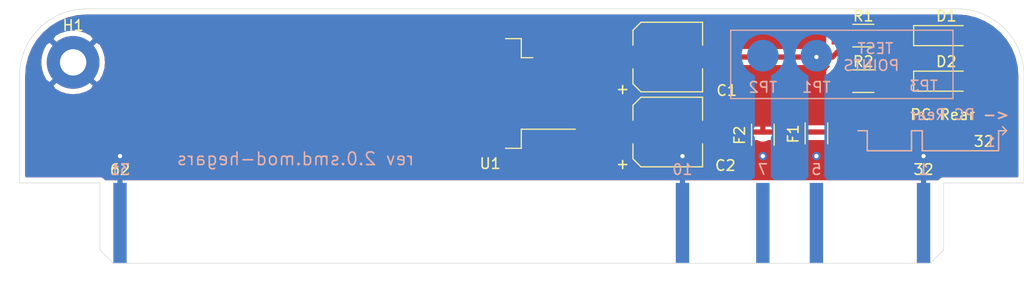
<source format=kicad_pcb>
(kicad_pcb (version 20171130) (host pcbnew "(5.1.9)-1")

  (general
    (thickness 1.6)
    (drawings 57)
    (tracks 33)
    (zones 0)
    (modules 14)
    (nets 8)
  )

  (page A4)
  (title_block
    (title "Voltage Blaster")
    (date 2020-11-21)
    (rev 1.0)
    (company "PhilsComputerLab & Necroware")
    (comment 1 "by Scorp")
  )

  (layers
    (0 F.Cu signal)
    (31 B.Cu signal)
    (32 B.Adhes user)
    (33 F.Adhes user)
    (34 B.Paste user)
    (35 F.Paste user)
    (36 B.SilkS user)
    (37 F.SilkS user)
    (38 B.Mask user)
    (39 F.Mask user hide)
    (40 Dwgs.User user)
    (41 Cmts.User user)
    (42 Eco1.User user)
    (43 Eco2.User user)
    (44 Edge.Cuts user)
    (45 Margin user)
    (46 B.CrtYd user)
    (47 F.CrtYd user)
    (48 B.Fab user)
    (49 F.Fab user)
  )

  (setup
    (last_trace_width 0.5)
    (user_trace_width 0.75)
    (trace_clearance 0.4)
    (zone_clearance 0.508)
    (zone_45_only no)
    (trace_min 0.2)
    (via_size 0.8)
    (via_drill 0.4)
    (via_min_size 0.4)
    (via_min_drill 0.3)
    (uvia_size 0.3)
    (uvia_drill 0.1)
    (uvias_allowed no)
    (uvia_min_size 0.2)
    (uvia_min_drill 0.1)
    (edge_width 0.05)
    (segment_width 0.2)
    (pcb_text_width 0.3)
    (pcb_text_size 1.5 1.5)
    (mod_edge_width 0.12)
    (mod_text_size 1 1)
    (mod_text_width 0.15)
    (pad_size 3.5 3.5)
    (pad_drill 3.5)
    (pad_to_mask_clearance 0)
    (aux_axis_origin 0 0)
    (visible_elements 7FFFFFFF)
    (pcbplotparams
      (layerselection 0x010fc_ffffffff)
      (usegerberextensions false)
      (usegerberattributes false)
      (usegerberadvancedattributes true)
      (creategerberjobfile true)
      (excludeedgelayer true)
      (linewidth 0.100000)
      (plotframeref false)
      (viasonmask false)
      (mode 1)
      (useauxorigin false)
      (hpglpennumber 1)
      (hpglpenspeed 20)
      (hpglpendiameter 15.000000)
      (psnegative false)
      (psa4output false)
      (plotreference true)
      (plotvalue true)
      (plotinvisibletext false)
      (padsonsilk false)
      (subtractmaskfromsilk false)
      (outputformat 1)
      (mirror false)
      (drillshape 0)
      (scaleselection 1)
      (outputdirectory "gerber/nopins/"))
  )

  (net 0 "")
  (net 1 GND)
  (net 2 "Net-(D1-Pad1)")
  (net 3 -5V)
  (net 4 -12V)
  (net 5 "Net-(D2-Pad1)")
  (net 6 "Net-(F1-Pad1)")
  (net 7 "Net-(F2-Pad1)")

  (net_class Default "This is the default net class."
    (clearance 0.4)
    (trace_width 0.5)
    (via_dia 0.8)
    (via_drill 0.4)
    (uvia_dia 0.3)
    (uvia_drill 0.1)
    (add_net -12V)
    (add_net -5V)
    (add_net GND)
    (add_net "Net-(D1-Pad1)")
    (add_net "Net-(D2-Pad1)")
    (add_net "Net-(F1-Pad1)")
    (add_net "Net-(F2-Pad1)")
  )

  (module Fuse_Holders_and_Fuses:Fuse_SMD1206_HandSoldering (layer F.Cu) (tedit 0) (tstamp 605EA1FB)
    (at 141.605 58.928 90)
    (descr "Fuse, Sicherung, SMD1206, Littlefuse-Wickmann 433 Series, Hand Soldering,")
    (tags "Fuse Sicherung SMD1206 Littlefuse-Wickmann 433 Series Hand Soldering ")
    (path /60608EF9)
    (attr smd)
    (fp_text reference F2 (at -0.05 -2.2 90) (layer F.SilkS)
      (effects (font (size 1 1) (thickness 0.15)))
    )
    (fp_text value Fuse (at -0.15 2.5 90) (layer F.Fab)
      (effects (font (size 1 1) (thickness 0.15)))
    )
    (fp_line (start 3.35 1.58) (end -3.35 1.58) (layer F.CrtYd) (width 0.05))
    (fp_line (start 3.35 1.58) (end 3.35 -1.58) (layer F.CrtYd) (width 0.05))
    (fp_line (start -3.35 -1.58) (end -3.35 1.58) (layer F.CrtYd) (width 0.05))
    (fp_line (start -3.35 -1.58) (end 3.35 -1.58) (layer F.CrtYd) (width 0.05))
    (fp_line (start -1 -1.07) (end 1 -1.07) (layer F.SilkS) (width 0.12))
    (fp_line (start 1 1.07) (end -1 1.07) (layer F.SilkS) (width 0.12))
    (fp_line (start -1.6 -0.8) (end 1.6 -0.8) (layer F.Fab) (width 0.1))
    (fp_line (start 1.6 -0.8) (end 1.6 0.8) (layer F.Fab) (width 0.1))
    (fp_line (start 1.6 0.8) (end -1.6 0.8) (layer F.Fab) (width 0.1))
    (fp_line (start -1.6 0.8) (end -1.6 -0.8) (layer F.Fab) (width 0.1))
    (pad 1 smd rect (at -2.09 0 180) (size 2.03 2.65) (layers F.Cu F.Paste F.Mask)
      (net 7 "Net-(F2-Pad1)"))
    (pad 2 smd rect (at 2.09 0 180) (size 2.03 2.65) (layers F.Cu F.Paste F.Mask)
      (net 4 -12V))
  )

  (module Fuse_Holders_and_Fuses:Fuse_SMD1206_HandSoldering (layer F.Cu) (tedit 0) (tstamp 605EA1F8)
    (at 146.685 58.801 90)
    (descr "Fuse, Sicherung, SMD1206, Littlefuse-Wickmann 433 Series, Hand Soldering,")
    (tags "Fuse Sicherung SMD1206 Littlefuse-Wickmann 433 Series Hand Soldering ")
    (path /6060853B)
    (attr smd)
    (fp_text reference F1 (at -0.05 -2.2 90) (layer F.SilkS)
      (effects (font (size 1 1) (thickness 0.15)))
    )
    (fp_text value Fuse (at -0.15 2.5 90) (layer F.Fab)
      (effects (font (size 1 1) (thickness 0.15)))
    )
    (fp_line (start 3.35 1.58) (end -3.35 1.58) (layer F.CrtYd) (width 0.05))
    (fp_line (start 3.35 1.58) (end 3.35 -1.58) (layer F.CrtYd) (width 0.05))
    (fp_line (start -3.35 -1.58) (end -3.35 1.58) (layer F.CrtYd) (width 0.05))
    (fp_line (start -3.35 -1.58) (end 3.35 -1.58) (layer F.CrtYd) (width 0.05))
    (fp_line (start -1 -1.07) (end 1 -1.07) (layer F.SilkS) (width 0.12))
    (fp_line (start 1 1.07) (end -1 1.07) (layer F.SilkS) (width 0.12))
    (fp_line (start -1.6 -0.8) (end 1.6 -0.8) (layer F.Fab) (width 0.1))
    (fp_line (start 1.6 -0.8) (end 1.6 0.8) (layer F.Fab) (width 0.1))
    (fp_line (start 1.6 0.8) (end -1.6 0.8) (layer F.Fab) (width 0.1))
    (fp_line (start -1.6 0.8) (end -1.6 -0.8) (layer F.Fab) (width 0.1))
    (pad 1 smd rect (at -2.09 0 180) (size 2.03 2.65) (layers F.Cu F.Paste F.Mask)
      (net 6 "Net-(F1-Pad1)"))
    (pad 2 smd rect (at 2.09 0 180) (size 2.03 2.65) (layers F.Cu F.Paste F.Mask)
      (net 3 -5V))
  )

  (module TO_SOT_Packages_SMD:TO-263-3_TabPin2 (layer F.Cu) (tedit 590079C0) (tstamp 5FBB237E)
    (at 115.7478 55.0164 180)
    (descr "TO-263 / D2PAK / DDPAK SMD package, http://www.infineon.com/cms/en/product/packages/PG-TO263/PG-TO263-3-1/")
    (tags "D2PAK DDPAK TO-263 D2PAK-3 TO-263-3 SOT-404")
    (path /5FB84DCB)
    (attr smd)
    (fp_text reference U1 (at 0 -6.65) (layer F.SilkS)
      (effects (font (size 1 1) (thickness 0.15)))
    )
    (fp_text value LM7905 (at 0 6.65) (layer F.Fab)
      (effects (font (size 1 1) (thickness 0.15)))
    )
    (fp_line (start 8.32 -5.65) (end -8.32 -5.65) (layer F.CrtYd) (width 0.05))
    (fp_line (start 8.32 5.65) (end 8.32 -5.65) (layer F.CrtYd) (width 0.05))
    (fp_line (start -8.32 5.65) (end 8.32 5.65) (layer F.CrtYd) (width 0.05))
    (fp_line (start -8.32 -5.65) (end -8.32 5.65) (layer F.CrtYd) (width 0.05))
    (fp_line (start -2.95 3.39) (end -4.05 3.39) (layer F.SilkS) (width 0.12))
    (fp_line (start -2.95 5.2) (end -2.95 3.39) (layer F.SilkS) (width 0.12))
    (fp_line (start -1.45 5.2) (end -2.95 5.2) (layer F.SilkS) (width 0.12))
    (fp_line (start -2.95 -3.39) (end -8.075 -3.39) (layer F.SilkS) (width 0.12))
    (fp_line (start -2.95 -5.2) (end -2.95 -3.39) (layer F.SilkS) (width 0.12))
    (fp_line (start -1.45 -5.2) (end -2.95 -5.2) (layer F.SilkS) (width 0.12))
    (fp_line (start -7.45 3.04) (end -2.75 3.04) (layer F.Fab) (width 0.1))
    (fp_line (start -7.45 2.04) (end -7.45 3.04) (layer F.Fab) (width 0.1))
    (fp_line (start -2.75 2.04) (end -7.45 2.04) (layer F.Fab) (width 0.1))
    (fp_line (start -7.45 0.5) (end -2.75 0.5) (layer F.Fab) (width 0.1))
    (fp_line (start -7.45 -0.5) (end -7.45 0.5) (layer F.Fab) (width 0.1))
    (fp_line (start -2.75 -0.5) (end -7.45 -0.5) (layer F.Fab) (width 0.1))
    (fp_line (start -7.45 -2.04) (end -2.75 -2.04) (layer F.Fab) (width 0.1))
    (fp_line (start -7.45 -3.04) (end -7.45 -2.04) (layer F.Fab) (width 0.1))
    (fp_line (start -2.75 -3.04) (end -7.45 -3.04) (layer F.Fab) (width 0.1))
    (fp_line (start -1.75 -5) (end 6.5 -5) (layer F.Fab) (width 0.1))
    (fp_line (start -2.75 -4) (end -1.75 -5) (layer F.Fab) (width 0.1))
    (fp_line (start -2.75 5) (end -2.75 -4) (layer F.Fab) (width 0.1))
    (fp_line (start 6.5 5) (end -2.75 5) (layer F.Fab) (width 0.1))
    (fp_line (start 6.5 -5) (end 6.5 5) (layer F.Fab) (width 0.1))
    (fp_line (start 7.5 5) (end 6.5 5) (layer F.Fab) (width 0.1))
    (fp_line (start 7.5 -5) (end 7.5 5) (layer F.Fab) (width 0.1))
    (fp_line (start 6.5 -5) (end 7.5 -5) (layer F.Fab) (width 0.1))
    (fp_text user %R (at 0 0) (layer F.Fab)
      (effects (font (size 1 1) (thickness 0.15)))
    )
    (pad 1 smd rect (at -5.775 -2.54 180) (size 4.6 1.1) (layers F.Cu F.Paste F.Mask)
      (net 1 GND))
    (pad 2 smd rect (at -5.775 0 180) (size 4.6 1.1) (layers F.Cu F.Paste F.Mask)
      (net 4 -12V))
    (pad 3 smd rect (at -5.775 2.54 180) (size 4.6 1.1) (layers F.Cu F.Paste F.Mask)
      (net 3 -5V))
    (pad 2 smd rect (at 3.375 0 180) (size 9.4 10.8) (layers F.Cu F.Mask)
      (net 4 -12V))
    (pad 2 smd rect (at 5.8 2.775 180) (size 4.55 5.25) (layers F.Cu F.Paste)
      (net 4 -12V))
    (pad 2 smd rect (at 0.95 -2.775 180) (size 4.55 5.25) (layers F.Cu F.Paste)
      (net 4 -12V))
    (pad 2 smd rect (at 5.8 -2.775 180) (size 4.55 5.25) (layers F.Cu F.Paste)
      (net 4 -12V))
    (pad 2 smd rect (at 0.95 2.775 180) (size 4.55 5.25) (layers F.Cu F.Paste)
      (net 4 -12V))
    (model ${KISYS3DMOD}/TO_SOT_Packages_SMD.3dshapes/TO-263-3_TabPin2.wrl
      (at (xyz 0 0 0))
      (scale (xyz 1 1 1))
      (rotate (xyz 0 0 0))
    )
  )

  (module Measurement_Points:Measurement_Point_Round-SMD-Pad_Big (layer B.Cu) (tedit 56C35F3F) (tstamp 605E9242)
    (at 156.845 51.308)
    (descr "Mesurement Point, Round, SMD Pad, DM 3mm,")
    (tags "Mesurement Point Round SMD Pad 3mm")
    (path /605F1E95)
    (attr virtual)
    (fp_text reference TP3 (at 0 3) (layer B.SilkS)
      (effects (font (size 1 1) (thickness 0.15)) (justify mirror))
    )
    (fp_text value TestPoint (at 0 -3) (layer B.Fab)
      (effects (font (size 1 1) (thickness 0.15)) (justify mirror))
    )
    (fp_circle (center 0 0) (end 1.75 0) (layer B.CrtYd) (width 0.05))
    (pad 1 smd circle (at 0 0) (size 3 3) (layers B.Cu B.Mask)
      (net 1 GND))
  )

  (module Measurement_Points:Measurement_Point_Round-SMD-Pad_Big (layer B.Cu) (tedit 56C35F3F) (tstamp 605E923F)
    (at 141.605 51.435)
    (descr "Mesurement Point, Round, SMD Pad, DM 3mm,")
    (tags "Mesurement Point Round SMD Pad 3mm")
    (path /605ED421)
    (attr virtual)
    (fp_text reference TP2 (at 0 3) (layer B.SilkS)
      (effects (font (size 1 1) (thickness 0.15)) (justify mirror))
    )
    (fp_text value TestPoint (at 0 -3) (layer B.Fab)
      (effects (font (size 1 1) (thickness 0.15)) (justify mirror))
    )
    (fp_circle (center 0 0) (end 1.75 0) (layer B.CrtYd) (width 0.05))
    (pad 1 smd circle (at 0 0) (size 3 3) (layers B.Cu B.Mask)
      (net 4 -12V))
  )

  (module Measurement_Points:Measurement_Point_Round-SMD-Pad_Big (layer B.Cu) (tedit 56C35F3F) (tstamp 605E923C)
    (at 146.685 51.435)
    (descr "Mesurement Point, Round, SMD Pad, DM 3mm,")
    (tags "Mesurement Point Round SMD Pad 3mm")
    (path /605ECD74)
    (attr virtual)
    (fp_text reference TP1 (at 0 3) (layer B.SilkS)
      (effects (font (size 1 1) (thickness 0.15)) (justify mirror))
    )
    (fp_text value TestPoint (at 0 -3) (layer B.Fab)
      (effects (font (size 1 1) (thickness 0.15)) (justify mirror))
    )
    (fp_circle (center 0 0) (end 1.75 0) (layer B.CrtYd) (width 0.05))
    (pad 1 smd circle (at 0 0) (size 3 3) (layers B.Cu B.Mask)
      (net 3 -5V))
  )

  (module Resistors_SMD:R_1206_HandSoldering (layer F.Cu) (tedit 58E0A804) (tstamp 605E9239)
    (at 151.13 53.848)
    (descr "Resistor SMD 1206, hand soldering")
    (tags "resistor 1206")
    (path /605EA69E)
    (attr smd)
    (fp_text reference R2 (at 0 -1.85) (layer F.SilkS)
      (effects (font (size 1 1) (thickness 0.15)))
    )
    (fp_text value 330 (at 0 1.9) (layer F.Fab)
      (effects (font (size 1 1) (thickness 0.15)))
    )
    (fp_line (start 3.25 1.1) (end -3.25 1.1) (layer F.CrtYd) (width 0.05))
    (fp_line (start 3.25 1.1) (end 3.25 -1.11) (layer F.CrtYd) (width 0.05))
    (fp_line (start -3.25 -1.11) (end -3.25 1.1) (layer F.CrtYd) (width 0.05))
    (fp_line (start -3.25 -1.11) (end 3.25 -1.11) (layer F.CrtYd) (width 0.05))
    (fp_line (start -1 -1.07) (end 1 -1.07) (layer F.SilkS) (width 0.12))
    (fp_line (start 1 1.07) (end -1 1.07) (layer F.SilkS) (width 0.12))
    (fp_line (start -1.6 -0.8) (end 1.6 -0.8) (layer F.Fab) (width 0.1))
    (fp_line (start 1.6 -0.8) (end 1.6 0.8) (layer F.Fab) (width 0.1))
    (fp_line (start 1.6 0.8) (end -1.6 0.8) (layer F.Fab) (width 0.1))
    (fp_line (start -1.6 0.8) (end -1.6 -0.8) (layer F.Fab) (width 0.1))
    (fp_text user %R (at 0 0) (layer F.Fab)
      (effects (font (size 0.7 0.7) (thickness 0.105)))
    )
    (pad 1 smd rect (at -2 0) (size 2 1.7) (layers F.Cu F.Paste F.Mask)
      (net 4 -12V))
    (pad 2 smd rect (at 2 0) (size 2 1.7) (layers F.Cu F.Paste F.Mask)
      (net 5 "Net-(D2-Pad1)"))
    (model ${KISYS3DMOD}/Resistors_SMD.3dshapes/R_1206.wrl
      (at (xyz 0 0 0))
      (scale (xyz 1 1 1))
      (rotate (xyz 0 0 0))
    )
  )

  (module Resistors_SMD:R_1206_HandSoldering (layer F.Cu) (tedit 58E0A804) (tstamp 5FBB235B)
    (at 151.13 49.53)
    (descr "Resistor SMD 1206, hand soldering")
    (tags "resistor 1206")
    (path /5FB87262)
    (attr smd)
    (fp_text reference R1 (at 0 -1.85) (layer F.SilkS)
      (effects (font (size 1 1) (thickness 0.15)))
    )
    (fp_text value 330 (at 0 1.9) (layer F.Fab)
      (effects (font (size 1 1) (thickness 0.15)))
    )
    (fp_line (start 3.25 1.1) (end -3.25 1.1) (layer F.CrtYd) (width 0.05))
    (fp_line (start 3.25 1.1) (end 3.25 -1.11) (layer F.CrtYd) (width 0.05))
    (fp_line (start -3.25 -1.11) (end -3.25 1.1) (layer F.CrtYd) (width 0.05))
    (fp_line (start -3.25 -1.11) (end 3.25 -1.11) (layer F.CrtYd) (width 0.05))
    (fp_line (start -1 -1.07) (end 1 -1.07) (layer F.SilkS) (width 0.12))
    (fp_line (start 1 1.07) (end -1 1.07) (layer F.SilkS) (width 0.12))
    (fp_line (start -1.6 -0.8) (end 1.6 -0.8) (layer F.Fab) (width 0.1))
    (fp_line (start 1.6 -0.8) (end 1.6 0.8) (layer F.Fab) (width 0.1))
    (fp_line (start 1.6 0.8) (end -1.6 0.8) (layer F.Fab) (width 0.1))
    (fp_line (start -1.6 0.8) (end -1.6 -0.8) (layer F.Fab) (width 0.1))
    (fp_text user %R (at 0 0) (layer F.Fab)
      (effects (font (size 0.7 0.7) (thickness 0.105)))
    )
    (pad 1 smd rect (at -2 0) (size 2 1.7) (layers F.Cu F.Paste F.Mask)
      (net 3 -5V))
    (pad 2 smd rect (at 2 0) (size 2 1.7) (layers F.Cu F.Paste F.Mask)
      (net 2 "Net-(D1-Pad1)"))
    (model ${KISYS3DMOD}/Resistors_SMD.3dshapes/R_1206.wrl
      (at (xyz 0 0 0))
      (scale (xyz 1 1 1))
      (rotate (xyz 0 0 0))
    )
  )

  (module Mounting_Holes:MountingHole_2.5mm_Pad (layer F.Cu) (tedit 56D1B4CB) (tstamp 605E9234)
    (at 76.2 52.07)
    (descr "Mounting Hole 2.5mm")
    (tags "mounting hole 2.5mm")
    (path /605F2A53)
    (attr virtual)
    (fp_text reference H1 (at 0 -3.5) (layer F.SilkS)
      (effects (font (size 1 1) (thickness 0.15)))
    )
    (fp_text value MountingHole_Pad (at 0 3.5) (layer F.Fab)
      (effects (font (size 1 1) (thickness 0.15)))
    )
    (fp_circle (center 0 0) (end 2.75 0) (layer F.CrtYd) (width 0.05))
    (fp_circle (center 0 0) (end 2.5 0) (layer Cmts.User) (width 0.15))
    (fp_text user %R (at 0.3 0) (layer F.Fab)
      (effects (font (size 1 1) (thickness 0.15)))
    )
    (pad 1 thru_hole circle (at 0 0) (size 5 5) (drill 2.5) (layers *.Cu *.Mask)
      (net 1 GND))
  )

  (module LEDs:LED_1206_HandSoldering (layer F.Cu) (tedit 595FC724) (tstamp 605E9231)
    (at 159.004 53.848)
    (descr "LED SMD 1206, hand soldering")
    (tags "LED 1206")
    (path /605EA503)
    (attr smd)
    (fp_text reference D2 (at 0 -1.85) (layer F.SilkS)
      (effects (font (size 1 1) (thickness 0.15)))
    )
    (fp_text value -12V (at 0 1.9) (layer F.Fab)
      (effects (font (size 1 1) (thickness 0.15)))
    )
    (fp_line (start 3.25 1.1) (end -3.25 1.1) (layer F.CrtYd) (width 0.05))
    (fp_line (start 3.25 1.1) (end 3.25 -1.11) (layer F.CrtYd) (width 0.05))
    (fp_line (start -3.25 -1.11) (end -3.25 1.1) (layer F.CrtYd) (width 0.05))
    (fp_line (start -3.25 -1.11) (end 3.25 -1.11) (layer F.CrtYd) (width 0.05))
    (fp_line (start -3.1 -0.95) (end 1.6 -0.95) (layer F.SilkS) (width 0.12))
    (fp_line (start -3.1 0.95) (end 1.6 0.95) (layer F.SilkS) (width 0.12))
    (fp_line (start -1.6 -0.8) (end 1.6 -0.8) (layer F.Fab) (width 0.1))
    (fp_line (start 1.6 -0.8) (end 1.6 0.8) (layer F.Fab) (width 0.1))
    (fp_line (start 1.6 0.8) (end -1.6 0.8) (layer F.Fab) (width 0.1))
    (fp_line (start -1.6 0.8) (end -1.6 -0.8) (layer F.Fab) (width 0.1))
    (fp_line (start -0.45 -0.4) (end -0.45 0.4) (layer F.Fab) (width 0.1))
    (fp_line (start 0.2 0.4) (end -0.4 0) (layer F.Fab) (width 0.1))
    (fp_line (start 0.2 -0.4) (end 0.2 0.4) (layer F.Fab) (width 0.1))
    (fp_line (start -0.4 0) (end 0.2 -0.4) (layer F.Fab) (width 0.1))
    (fp_line (start -3.1 -0.95) (end -3.1 0.95) (layer F.SilkS) (width 0.12))
    (pad 1 smd rect (at -2 0) (size 2 1.7) (layers F.Cu F.Paste F.Mask)
      (net 5 "Net-(D2-Pad1)"))
    (pad 2 smd rect (at 2 0) (size 2 1.7) (layers F.Cu F.Paste F.Mask)
      (net 1 GND))
    (model ${KISYS3DMOD}/LEDs.3dshapes/LED_1206.wrl
      (at (xyz 0 0 0))
      (scale (xyz 1 1 1))
      (rotate (xyz 0 0 180))
    )
  )

  (module LEDs:LED_1206_HandSoldering (layer F.Cu) (tedit 595FC724) (tstamp 5FBBEA08)
    (at 159.004 49.53)
    (descr "LED SMD 1206, hand soldering")
    (tags "LED 1206")
    (path /5FB86BA7)
    (attr smd)
    (fp_text reference D1 (at 0 -1.85) (layer F.SilkS)
      (effects (font (size 1 1) (thickness 0.15)))
    )
    (fp_text value -5V (at 0 1.9) (layer F.Fab)
      (effects (font (size 1 1) (thickness 0.15)))
    )
    (fp_line (start 3.25 1.1) (end -3.25 1.1) (layer F.CrtYd) (width 0.05))
    (fp_line (start 3.25 1.1) (end 3.25 -1.11) (layer F.CrtYd) (width 0.05))
    (fp_line (start -3.25 -1.11) (end -3.25 1.1) (layer F.CrtYd) (width 0.05))
    (fp_line (start -3.25 -1.11) (end 3.25 -1.11) (layer F.CrtYd) (width 0.05))
    (fp_line (start -3.1 -0.95) (end 1.6 -0.95) (layer F.SilkS) (width 0.12))
    (fp_line (start -3.1 0.95) (end 1.6 0.95) (layer F.SilkS) (width 0.12))
    (fp_line (start -1.6 -0.8) (end 1.6 -0.8) (layer F.Fab) (width 0.1))
    (fp_line (start 1.6 -0.8) (end 1.6 0.8) (layer F.Fab) (width 0.1))
    (fp_line (start 1.6 0.8) (end -1.6 0.8) (layer F.Fab) (width 0.1))
    (fp_line (start -1.6 0.8) (end -1.6 -0.8) (layer F.Fab) (width 0.1))
    (fp_line (start -0.45 -0.4) (end -0.45 0.4) (layer F.Fab) (width 0.1))
    (fp_line (start 0.2 0.4) (end -0.4 0) (layer F.Fab) (width 0.1))
    (fp_line (start 0.2 -0.4) (end 0.2 0.4) (layer F.Fab) (width 0.1))
    (fp_line (start -0.4 0) (end 0.2 -0.4) (layer F.Fab) (width 0.1))
    (fp_line (start -3.1 -0.95) (end -3.1 0.95) (layer F.SilkS) (width 0.12))
    (pad 1 smd rect (at -2 0) (size 2 1.7) (layers F.Cu F.Paste F.Mask)
      (net 2 "Net-(D1-Pad1)"))
    (pad 2 smd rect (at 2 0) (size 2 1.7) (layers F.Cu F.Paste F.Mask)
      (net 1 GND))
    (model ${KISYS3DMOD}/LEDs.3dshapes/LED_1206.wrl
      (at (xyz 0 0 0))
      (scale (xyz 1 1 1))
      (rotate (xyz 0 0 180))
    )
  )

  (module Capacitors_SMD:CP_Elec_6.3x5.7 (layer F.Cu) (tedit 58AA8B43) (tstamp 5FBB22EA)
    (at 132.588 58.674)
    (descr "SMT capacitor, aluminium electrolytic, 6.3x5.7")
    (path /5FB87CDF)
    (attr smd)
    (fp_text reference C2 (at 5.461 3.175) (layer F.SilkS)
      (effects (font (size 1 1) (thickness 0.15)))
    )
    (fp_text value 33u (at 0 -4.56) (layer F.Fab)
      (effects (font (size 1 1) (thickness 0.15)))
    )
    (fp_line (start 4.7 3.4) (end -4.7 3.4) (layer F.CrtYd) (width 0.05))
    (fp_line (start 4.7 3.4) (end 4.7 -3.4) (layer F.CrtYd) (width 0.05))
    (fp_line (start -4.7 -3.4) (end -4.7 3.4) (layer F.CrtYd) (width 0.05))
    (fp_line (start -4.7 -3.4) (end 4.7 -3.4) (layer F.CrtYd) (width 0.05))
    (fp_line (start -2.54 -3.3) (end 3.3 -3.3) (layer F.SilkS) (width 0.12))
    (fp_line (start -3.3 -2.54) (end -2.54 -3.3) (layer F.SilkS) (width 0.12))
    (fp_line (start -2.54 3.3) (end -3.3 2.54) (layer F.SilkS) (width 0.12))
    (fp_line (start 3.3 3.3) (end -2.54 3.3) (layer F.SilkS) (width 0.12))
    (fp_line (start -3.3 -2.54) (end -3.3 -1.12) (layer F.SilkS) (width 0.12))
    (fp_line (start -3.3 2.54) (end -3.3 1.12) (layer F.SilkS) (width 0.12))
    (fp_line (start 3.3 3.3) (end 3.3 1.12) (layer F.SilkS) (width 0.12))
    (fp_line (start 3.3 -3.3) (end 3.3 -1.12) (layer F.SilkS) (width 0.12))
    (fp_line (start 3.15 -3.15) (end -2.48 -3.15) (layer F.Fab) (width 0.1))
    (fp_line (start -2.48 -3.15) (end -3.15 -2.48) (layer F.Fab) (width 0.1))
    (fp_line (start -3.15 -2.48) (end -3.15 2.48) (layer F.Fab) (width 0.1))
    (fp_line (start -3.15 2.48) (end -2.48 3.15) (layer F.Fab) (width 0.1))
    (fp_line (start -2.48 3.15) (end 3.15 3.15) (layer F.Fab) (width 0.1))
    (fp_line (start 3.15 3.15) (end 3.15 -3.15) (layer F.Fab) (width 0.1))
    (fp_circle (center 0 0) (end 0.6 3) (layer F.Fab) (width 0.1))
    (fp_text user + (at -1.79 -0.06) (layer F.Fab)
      (effects (font (size 1 1) (thickness 0.15)))
    )
    (fp_text user + (at -4.28 3.01) (layer F.SilkS)
      (effects (font (size 1 1) (thickness 0.15)))
    )
    (fp_text user %R (at 0 4.56) (layer F.Fab)
      (effects (font (size 1 1) (thickness 0.15)))
    )
    (pad 1 smd rect (at -2.7 0 180) (size 3.5 1.6) (layers F.Cu F.Paste F.Mask)
      (net 1 GND))
    (pad 2 smd rect (at 2.7 0 180) (size 3.5 1.6) (layers F.Cu F.Paste F.Mask)
      (net 4 -12V))
    (model Capacitors_SMD.3dshapes/CP_Elec_6.3x5.7.wrl
      (at (xyz 0 0 0))
      (scale (xyz 1 1 1))
      (rotate (xyz 0 0 180))
    )
  )

  (module Capacitors_SMD:CP_Elec_6.3x5.7 (layer F.Cu) (tedit 58AA8B43) (tstamp 5FBB2256)
    (at 132.588 51.562)
    (descr "SMT capacitor, aluminium electrolytic, 6.3x5.7")
    (path /5FB87953)
    (attr smd)
    (fp_text reference C1 (at 5.588 3.175) (layer F.SilkS)
      (effects (font (size 1 1) (thickness 0.15)))
    )
    (fp_text value 33u (at 0 -4.56) (layer F.Fab)
      (effects (font (size 1 1) (thickness 0.15)))
    )
    (fp_line (start 4.7 3.4) (end -4.7 3.4) (layer F.CrtYd) (width 0.05))
    (fp_line (start 4.7 3.4) (end 4.7 -3.4) (layer F.CrtYd) (width 0.05))
    (fp_line (start -4.7 -3.4) (end -4.7 3.4) (layer F.CrtYd) (width 0.05))
    (fp_line (start -4.7 -3.4) (end 4.7 -3.4) (layer F.CrtYd) (width 0.05))
    (fp_line (start -2.54 -3.3) (end 3.3 -3.3) (layer F.SilkS) (width 0.12))
    (fp_line (start -3.3 -2.54) (end -2.54 -3.3) (layer F.SilkS) (width 0.12))
    (fp_line (start -2.54 3.3) (end -3.3 2.54) (layer F.SilkS) (width 0.12))
    (fp_line (start 3.3 3.3) (end -2.54 3.3) (layer F.SilkS) (width 0.12))
    (fp_line (start -3.3 -2.54) (end -3.3 -1.12) (layer F.SilkS) (width 0.12))
    (fp_line (start -3.3 2.54) (end -3.3 1.12) (layer F.SilkS) (width 0.12))
    (fp_line (start 3.3 3.3) (end 3.3 1.12) (layer F.SilkS) (width 0.12))
    (fp_line (start 3.3 -3.3) (end 3.3 -1.12) (layer F.SilkS) (width 0.12))
    (fp_line (start 3.15 -3.15) (end -2.48 -3.15) (layer F.Fab) (width 0.1))
    (fp_line (start -2.48 -3.15) (end -3.15 -2.48) (layer F.Fab) (width 0.1))
    (fp_line (start -3.15 -2.48) (end -3.15 2.48) (layer F.Fab) (width 0.1))
    (fp_line (start -3.15 2.48) (end -2.48 3.15) (layer F.Fab) (width 0.1))
    (fp_line (start -2.48 3.15) (end 3.15 3.15) (layer F.Fab) (width 0.1))
    (fp_line (start 3.15 3.15) (end 3.15 -3.15) (layer F.Fab) (width 0.1))
    (fp_circle (center 0 0) (end 0.6 3) (layer F.Fab) (width 0.1))
    (fp_text user + (at -1.79 -0.06) (layer F.Fab)
      (effects (font (size 1 1) (thickness 0.15)))
    )
    (fp_text user + (at -4.28 3.01) (layer F.SilkS)
      (effects (font (size 1 1) (thickness 0.15)))
    )
    (fp_text user %R (at 0 4.56) (layer F.Fab)
      (effects (font (size 1 1) (thickness 0.15)))
    )
    (pad 1 smd rect (at -2.7 0 180) (size 3.5 1.6) (layers F.Cu F.Paste F.Mask)
      (net 1 GND))
    (pad 2 smd rect (at 2.7 0 180) (size 3.5 1.6) (layers F.Cu F.Paste F.Mask)
      (net 3 -5V))
    (model Capacitors_SMD.3dshapes/CP_Elec_6.3x5.7.wrl
      (at (xyz 0 0 0))
      (scale (xyz 1 1 1))
      (rotate (xyz 0 0 180))
    )
  )

  (module Sebs:ISA_8BIT_EDGE_voltageblaster (layer F.Cu) (tedit 60365A10) (tstamp 5FBB2344)
    (at 156.845 63.5)
    (path /5FB82605)
    (fp_text reference J1 (at -35.56 9.525) (layer F.Fab)
      (effects (font (size 1 1) (thickness 0.15)))
    )
    (fp_text value Bus_ISA_8bit (at -43.18 9.525) (layer F.Fab)
      (effects (font (size 1 1) (thickness 0.15)))
    )
    (fp_line (start -78.105 0) (end -78.105 6.35) (layer F.Fab) (width 0.12))
    (fp_line (start -78.105 6.35) (end -76.835 7.62) (layer F.Fab) (width 0.12))
    (fp_line (start -76.835 7.62) (end 0.635 7.62) (layer F.Fab) (width 0.12))
    (fp_line (start 0.635 7.62) (end 1.905 6.35) (layer F.Fab) (width 0.12))
    (fp_line (start 1.905 6.35) (end 1.905 0) (layer F.Fab) (width 0.12))
    (fp_line (start 1.905 0) (end -78.105 0) (layer F.Fab) (width 0.12))
    (pad 1 connect rect (at 0 3.81) (size 1.27 7.62) (layers B.Cu B.Mask)
      (net 1 GND))
    (pad 5 connect rect (at -10.16 3.81) (size 1.27 7.62) (layers B.Cu B.Mask)
      (net 3 -5V))
    (pad 7 connect rect (at -15.24 3.81) (size 1.27 7.62) (layers B.Cu B.Mask)
      (net 4 -12V))
    (pad 10 connect rect (at -22.86 3.81) (size 1.27 7.62) (layers B.Cu B.Mask)
      (net 1 GND))
    (pad 31 connect rect (at -76.2 3.81) (size 1.27 7.62) (layers B.Cu B.Mask)
      (net 1 GND))
  )

  (gr_line (start 159.639 49.022) (end 138.557 49.022) (layer B.SilkS) (width 0.12) (tstamp 605E9E0C))
  (gr_line (start 159.639 55.499) (end 159.639 49.022) (layer B.SilkS) (width 0.12))
  (gr_line (start 138.557 55.499) (end 159.639 55.499) (layer B.SilkS) (width 0.12))
  (gr_line (start 138.557 49.022) (end 138.557 55.499) (layer B.SilkS) (width 0.12))
  (gr_poly (pts (xy 112.268 61.722) (xy 82.423 61.722) (xy 82.423 48.514) (xy 112.268 48.514)) (layer F.Cu) (width 0.1))
  (gr_text "TEST \nPOINTS" (at 151.892 51.562) (layer B.SilkS)
    (effects (font (size 1 1) (thickness 0.15)) (justify mirror))
  )
  (gr_text 62 (at 80.645 62.23) (layer F.SilkS) (tstamp 6034A751)
    (effects (font (size 1 1) (thickness 0.15)))
  )
  (gr_text 31 (at 80.645 62.23) (layer B.SilkS) (tstamp 6034A67B)
    (effects (font (size 1 1) (thickness 0.15)) (justify mirror))
  )
  (gr_text 10 (at 133.985 62.23) (layer B.SilkS) (tstamp 6034A66A)
    (effects (font (size 1 1) (thickness 0.15)) (justify mirror))
  )
  (gr_text 7 (at 141.605 62.23) (layer B.SilkS) (tstamp 6034A662)
    (effects (font (size 1 1) (thickness 0.15)) (justify mirror))
  )
  (gr_text 5 (at 146.685 62.23) (layer B.SilkS) (tstamp 6034A65A)
    (effects (font (size 1 1) (thickness 0.15)) (justify mirror))
  )
  (gr_poly (pts (xy 158.75 69.85) (xy 158.75 63.5) (xy 78.74 63.5) (xy 78.74 69.85) (xy 80.01 71.12) (xy 157.48 71.12)) (layer B.Mask) (width 0.1) (tstamp 6034A323))
  (gr_poly (pts (xy 158.75 69.85) (xy 157.48 71.12) (xy 80.01 71.12) (xy 78.74 69.85) (xy 78.74 63.5) (xy 158.75 63.5)) (layer F.Mask) (width 0.1))
  (gr_text 32 (at 162.56 59.563) (layer F.SilkS) (tstamp 60339C6A)
    (effects (font (size 1 1) (thickness 0.15)))
  )
  (gr_text 1 (at 163.195 59.563) (layer B.SilkS) (tstamp 60339C67)
    (effects (font (size 1 1) (thickness 0.15)) (justify mirror))
  )
  (gr_line (start 164.719 58.547) (end 164.338 58.928) (layer F.SilkS) (width 0.12))
  (gr_line (start 164.719 58.547) (end 164.338 58.166) (layer F.SilkS) (width 0.12))
  (gr_line (start 164.719 58.547) (end 164.338 58.928) (layer B.SilkS) (width 0.12))
  (gr_line (start 164.719 58.547) (end 164.338 58.166) (layer B.SilkS) (width 0.12))
  (gr_line (start 151.511 58.547) (end 150.622 58.547) (layer B.SilkS) (width 0.12))
  (gr_line (start 151.511 60.452) (end 151.511 58.547) (layer B.SilkS) (width 0.12))
  (gr_line (start 155.702 60.452) (end 151.511 60.452) (layer B.SilkS) (width 0.12))
  (gr_line (start 155.702 58.547) (end 155.702 60.452) (layer B.SilkS) (width 0.12))
  (gr_line (start 156.718 58.547) (end 155.702 58.547) (layer B.SilkS) (width 0.12))
  (gr_line (start 156.718 60.452) (end 156.718 58.547) (layer B.SilkS) (width 0.12))
  (gr_line (start 163.957 60.452) (end 156.718 60.452) (layer B.SilkS) (width 0.12))
  (gr_line (start 163.957 58.547) (end 163.957 60.452) (layer B.SilkS) (width 0.12))
  (gr_line (start 164.719 58.547) (end 163.957 58.547) (layer B.SilkS) (width 0.12))
  (gr_text "<- PC Rear" (at 160.274 57.023) (layer B.SilkS) (tstamp 60339BCF)
    (effects (font (size 1 1) (thickness 0.15)) (justify mirror))
  )
  (gr_text "PC Rear ->" (at 160.274 57.023) (layer F.SilkS)
    (effects (font (size 1 1) (thickness 0.15)))
  )
  (gr_line (start 163.957 58.547) (end 164.719 58.547) (layer F.SilkS) (width 0.12))
  (gr_line (start 151.511 58.547) (end 150.622 58.547) (layer F.SilkS) (width 0.12))
  (gr_line (start 151.511 60.452) (end 151.511 58.547) (layer F.SilkS) (width 0.12))
  (gr_line (start 155.702 60.452) (end 151.511 60.452) (layer F.SilkS) (width 0.12))
  (gr_line (start 155.702 58.547) (end 155.702 60.452) (layer F.SilkS) (width 0.12))
  (gr_line (start 156.718 58.547) (end 155.702 58.547) (layer F.SilkS) (width 0.12))
  (gr_line (start 156.718 60.452) (end 156.718 58.547) (layer F.SilkS) (width 0.12))
  (gr_line (start 163.957 60.452) (end 156.718 60.452) (layer F.SilkS) (width 0.12))
  (gr_line (start 163.957 58.547) (end 163.957 60.452) (layer F.SilkS) (width 0.12))
  (gr_arc (start 77.47 53.34) (end 77.47 46.99) (angle -90) (layer Edge.Cuts) (width 0.05) (tstamp 603373C3))
  (gr_text "Voltage Blaster SMD" (at 112.014 52.07) (layer B.Mask) (tstamp 60336947)
    (effects (font (size 3 3) (thickness 0.5)) (justify mirror))
  )
  (gr_arc (start 160.02 53.34) (end 166.37 53.34) (angle -90) (layer Edge.Cuts) (width 0.05))
  (gr_text 1 (at 156.845 62.23) (layer B.SilkS) (tstamp 5FCF8C25)
    (effects (font (size 1 1) (thickness 0.15)) (justify mirror))
  )
  (gr_text "rev 2.0.smd.mod-hegars" (at 97.282 61.214) (layer B.SilkS)
    (effects (font (size 1.2 1.2) (thickness 0.15)) (justify mirror))
  )
  (gr_text "by PhilsComputerLab \nand Necroware" (at 103.886 57.15) (layer F.Fab)
    (effects (font (size 1.8 1.5) (thickness 0.2)) (justify mirror))
  )
  (gr_text 32 (at 156.845 62.23) (layer F.SilkS)
    (effects (font (size 1 1) (thickness 0.15)))
  )
  (gr_line (start 158.75 69.85) (end 158.75 63.5) (layer Edge.Cuts) (width 0.05) (tstamp 5FBB6E91))
  (gr_line (start 157.48 71.12) (end 158.75 69.85) (layer Edge.Cuts) (width 0.05))
  (gr_line (start 80.01 71.12) (end 157.48 71.12) (layer Edge.Cuts) (width 0.05))
  (gr_line (start 78.74 69.85) (end 80.01 71.12) (layer Edge.Cuts) (width 0.05))
  (gr_line (start 78.74 63.5) (end 78.74 69.85) (layer Edge.Cuts) (width 0.05))
  (gr_line (start 71.12 53.34) (end 71.12 53.34) (layer Edge.Cuts) (width 0.05) (tstamp 5FBB6E90))
  (gr_line (start 71.12 63.5) (end 71.12 53.34) (layer Edge.Cuts) (width 0.05))
  (gr_line (start 78.74 63.5) (end 71.12 63.5) (layer Edge.Cuts) (width 0.05))
  (gr_line (start 160.02 46.99) (end 77.47 46.99) (layer Edge.Cuts) (width 0.05))
  (gr_line (start 166.37 63.5) (end 166.37 53.34) (layer Edge.Cuts) (width 0.05))
  (gr_line (start 158.75 63.5) (end 166.37 63.5) (layer Edge.Cuts) (width 0.05))

  (via (at 141.605 60.96) (size 0.8) (drill 0.4) (layers F.Cu B.Cu) (net 7))
  (via (at 146.685 60.96) (size 0.8) (drill 0.4) (layers F.Cu B.Cu) (net 6))
  (via (at 80.645 60.96) (size 0.8) (drill 0.4) (layers F.Cu B.Cu) (net 1))
  (via (at 133.985 60.96) (size 0.8) (drill 0.4) (layers F.Cu B.Cu) (net 1))
  (via (at 146.685 51.562) (size 0.8) (drill 0.4) (layers F.Cu B.Cu) (net 3))
  (via (at 156.845 60.96) (size 0.8) (drill 0.4) (layers F.Cu B.Cu) (net 1))
  (segment (start 156.845 67.31) (end 156.845 60.96) (width 0.5) (layer B.Cu) (net 1))
  (segment (start 156.845 60.96) (end 156.845 51.308) (width 0.5) (layer B.Cu) (net 1))
  (segment (start 80.645 67.31) (end 80.645 60.96) (width 0.5) (layer B.Cu) (net 1))
  (segment (start 133.985 67.31) (end 133.985 60.96) (width 0.5) (layer B.Cu) (net 1))
  (segment (start 153.13 49.53) (end 157.004 49.53) (width 0.5) (layer F.Cu) (net 2))
  (segment (start 121.5228 52.4764) (end 125.2474 52.4764) (width 0.5) (layer F.Cu) (net 3))
  (segment (start 125.2474 52.4764) (end 126.365 53.594) (width 0.5) (layer F.Cu) (net 3))
  (segment (start 126.365 53.594) (end 134.874 53.594) (width 0.5) (layer F.Cu) (net 3))
  (segment (start 135.288 53.18) (end 135.288 51.562) (width 0.5) (layer F.Cu) (net 3))
  (segment (start 134.874 53.594) (end 135.288 53.18) (width 0.5) (layer F.Cu) (net 3))
  (segment (start 135.288 51.562) (end 146.685 51.562) (width 0.5) (layer F.Cu) (net 3))
  (segment (start 149.13 50.641) (end 149.13 49.53) (width 0.5) (layer F.Cu) (net 3))
  (segment (start 148.209 51.562) (end 149.13 50.641) (width 0.5) (layer F.Cu) (net 3))
  (segment (start 146.685 51.562) (end 148.209 51.562) (width 0.5) (layer F.Cu) (net 3))
  (segment (start 146.685 56.711) (end 146.685 51.562) (width 0.5) (layer F.Cu) (net 3))
  (segment (start 141.565 67.27) (end 141.605 67.31) (width 0.5) (layer B.Cu) (net 4))
  (segment (start 135.288 56.675) (end 135.288 58.674) (width 0.5) (layer F.Cu) (net 4))
  (segment (start 121.5228 55.0164) (end 124.9934 55.0164) (width 0.5) (layer F.Cu) (net 4))
  (segment (start 126.1745 56.1975) (end 134.8105 56.1975) (width 0.5) (layer F.Cu) (net 4))
  (segment (start 124.9934 55.0164) (end 126.1745 56.1975) (width 0.5) (layer F.Cu) (net 4))
  (segment (start 134.8105 56.1975) (end 135.288 56.675) (width 0.5) (layer F.Cu) (net 4))
  (segment (start 135.288 58.674) (end 141.605 58.674) (width 0.5) (layer F.Cu) (net 4))
  (segment (start 141.605 58.674) (end 148.463 58.674) (width 0.5) (layer F.Cu) (net 4))
  (segment (start 149.13 58.007) (end 149.13 53.848) (width 0.5) (layer F.Cu) (net 4))
  (segment (start 148.463 58.674) (end 149.13 58.007) (width 0.5) (layer F.Cu) (net 4))
  (segment (start 141.605 56.838) (end 141.605 58.674) (width 0.5) (layer F.Cu) (net 4))
  (segment (start 153.13 53.848) (end 157.004 53.848) (width 0.5) (layer F.Cu) (net 5))

  (zone (net 1) (net_name GND) (layer B.Cu) (tstamp 60365E3E) (hatch edge 0.508)
    (connect_pads thru_hole_only (clearance 0.508))
    (min_thickness 0.254)
    (fill yes (arc_segments 32) (thermal_gap 0.508) (thermal_bridge_width 0.508))
    (polygon
      (pts
        (xy 166.37 63.246) (xy 71.12 63.246) (xy 71.12 46.99) (xy 166.37 46.99)
      )
    )
    (filled_polygon
      (pts
        (xy 160.909791 47.722068) (xy 161.777678 47.93043) (xy 162.602275 48.271989) (xy 163.363299 48.738345) (xy 164.041994 49.318006)
        (xy 164.621655 49.996701) (xy 165.088009 50.75772) (xy 165.42957 51.582322) (xy 165.637931 52.450207) (xy 165.710001 53.365938)
        (xy 165.71 62.84) (xy 158.782419 62.84) (xy 158.75 62.836807) (xy 158.717581 62.84) (xy 158.620617 62.84955)
        (xy 158.496207 62.88729) (xy 158.38155 62.948575) (xy 158.281052 63.031052) (xy 158.208875 63.119) (xy 147.828784 63.119)
        (xy 147.771185 63.048815) (xy 147.674494 62.969463) (xy 147.57 62.913609) (xy 147.57 53.379328) (xy 147.696302 53.327012)
        (xy 148.045983 53.093363) (xy 148.343363 52.795983) (xy 148.577012 52.446302) (xy 148.737953 52.057756) (xy 148.82 51.645279)
        (xy 148.82 51.224721) (xy 148.737953 50.812244) (xy 148.577012 50.423698) (xy 148.343363 50.074017) (xy 148.045983 49.776637)
        (xy 147.696302 49.542988) (xy 147.307756 49.382047) (xy 146.895279 49.3) (xy 146.474721 49.3) (xy 146.062244 49.382047)
        (xy 145.673698 49.542988) (xy 145.324017 49.776637) (xy 145.026637 50.074017) (xy 144.792988 50.423698) (xy 144.632047 50.812244)
        (xy 144.55 51.224721) (xy 144.55 51.645279) (xy 144.632047 52.057756) (xy 144.792988 52.446302) (xy 145.026637 52.795983)
        (xy 145.324017 53.093363) (xy 145.673698 53.327012) (xy 145.800001 53.379328) (xy 145.8 62.913609) (xy 145.695506 62.969463)
        (xy 145.598815 63.048815) (xy 145.541216 63.119) (xy 142.748784 63.119) (xy 142.691185 63.048815) (xy 142.594494 62.969463)
        (xy 142.49 62.913609) (xy 142.49 59.212454) (xy 142.522205 59.164256) (xy 142.600226 58.975898) (xy 142.64 58.775939)
        (xy 142.64 58.572061) (xy 142.600226 58.372102) (xy 142.522205 58.183744) (xy 142.49 58.135546) (xy 142.49 53.379328)
        (xy 142.616302 53.327012) (xy 142.965983 53.093363) (xy 143.263363 52.795983) (xy 143.497012 52.446302) (xy 143.657953 52.057756)
        (xy 143.74 51.645279) (xy 143.74 51.224721) (xy 143.657953 50.812244) (xy 143.497012 50.423698) (xy 143.263363 50.074017)
        (xy 142.965983 49.776637) (xy 142.616302 49.542988) (xy 142.227756 49.382047) (xy 141.815279 49.3) (xy 141.394721 49.3)
        (xy 140.982244 49.382047) (xy 140.593698 49.542988) (xy 140.244017 49.776637) (xy 139.946637 50.074017) (xy 139.712988 50.423698)
        (xy 139.552047 50.812244) (xy 139.47 51.224721) (xy 139.47 51.645279) (xy 139.552047 52.057756) (xy 139.712988 52.446302)
        (xy 139.946637 52.795983) (xy 140.244017 53.093363) (xy 140.593698 53.327012) (xy 140.720001 53.379328) (xy 140.72 58.135545)
        (xy 140.687795 58.183744) (xy 140.609774 58.372102) (xy 140.57 58.572061) (xy 140.57 58.775939) (xy 140.609774 58.975898)
        (xy 140.687795 59.164256) (xy 140.72 59.212455) (xy 140.72 61.003476) (xy 140.720001 61.003486) (xy 140.720001 62.913609)
        (xy 140.615506 62.969463) (xy 140.518815 63.048815) (xy 140.461216 63.119) (xy 79.281125 63.119) (xy 79.208948 63.031052)
        (xy 79.10845 62.948575) (xy 78.993793 62.88729) (xy 78.869383 62.84955) (xy 78.772419 62.84) (xy 78.74 62.836807)
        (xy 78.707581 62.84) (xy 71.78 62.84) (xy 71.78 54.273148) (xy 74.176457 54.273148) (xy 74.452627 54.691118)
        (xy 74.997557 54.981649) (xy 75.588696 55.160287) (xy 76.203328 55.220168) (xy 76.817831 55.15899) (xy 77.408592 54.979103)
        (xy 77.947373 54.691118) (xy 78.223543 54.273148) (xy 76.2 52.249605) (xy 74.176457 54.273148) (xy 71.78 54.273148)
        (xy 71.78 53.372419) (xy 71.783193 53.34) (xy 71.782552 53.333495) (xy 71.852068 52.450209) (xy 71.942549 52.073328)
        (xy 73.049832 52.073328) (xy 73.11101 52.687831) (xy 73.290897 53.278592) (xy 73.578882 53.817373) (xy 73.996852 54.093543)
        (xy 76.020395 52.07) (xy 76.379605 52.07) (xy 78.403148 54.093543) (xy 78.821118 53.817373) (xy 79.111649 53.272443)
        (xy 79.290287 52.681304) (xy 79.350168 52.066672) (xy 79.28899 51.452169) (xy 79.109103 50.861408) (xy 78.821118 50.322627)
        (xy 78.403148 50.046457) (xy 76.379605 52.07) (xy 76.020395 52.07) (xy 73.996852 50.046457) (xy 73.578882 50.322627)
        (xy 73.288351 50.867557) (xy 73.109713 51.458696) (xy 73.049832 52.073328) (xy 71.942549 52.073328) (xy 72.06043 51.582322)
        (xy 72.401989 50.757725) (xy 72.868345 49.996701) (xy 72.979246 49.866852) (xy 74.176457 49.866852) (xy 76.2 51.890395)
        (xy 78.223543 49.866852) (xy 77.947373 49.448882) (xy 77.402443 49.158351) (xy 76.811304 48.979713) (xy 76.196672 48.919832)
        (xy 75.582169 48.98101) (xy 74.991408 49.160897) (xy 74.452627 49.448882) (xy 74.176457 49.866852) (xy 72.979246 49.866852)
        (xy 73.448006 49.318006) (xy 74.126701 48.738345) (xy 74.88772 48.271991) (xy 75.712322 47.93043) (xy 76.580207 47.722069)
        (xy 77.495926 47.65) (xy 159.994074 47.65)
      )
    )
  )
  (zone (net 1) (net_name GND) (layer F.Cu) (tstamp 60365E3B) (hatch edge 0.508)
    (connect_pads thru_hole_only (clearance 0.508))
    (min_thickness 0.254)
    (fill yes (arc_segments 32) (thermal_gap 0.508) (thermal_bridge_width 0.508))
    (polygon
      (pts
        (xy 166.37 63.246) (xy 71.12 63.246) (xy 71.12 46.99) (xy 166.37 46.99)
      )
    )
    (filled_polygon
      (pts
        (xy 160.909791 47.722068) (xy 161.777678 47.93043) (xy 162.602275 48.271989) (xy 163.363299 48.738345) (xy 164.041994 49.318006)
        (xy 164.621655 49.996701) (xy 165.088009 50.75772) (xy 165.42957 51.582322) (xy 165.637931 52.450207) (xy 165.710001 53.365938)
        (xy 165.71 62.84) (xy 158.782419 62.84) (xy 158.75 62.836807) (xy 158.717581 62.84) (xy 158.620617 62.84955)
        (xy 158.496207 62.88729) (xy 158.38155 62.948575) (xy 158.281052 63.031052) (xy 158.208875 63.119) (xy 79.281125 63.119)
        (xy 79.208948 63.031052) (xy 79.10845 62.948575) (xy 78.993793 62.88729) (xy 78.869383 62.84955) (xy 78.772419 62.84)
        (xy 78.74 62.836807) (xy 78.707581 62.84) (xy 71.78 62.84) (xy 71.78 54.273148) (xy 74.176457 54.273148)
        (xy 74.452627 54.691118) (xy 74.997557 54.981649) (xy 75.588696 55.160287) (xy 76.203328 55.220168) (xy 76.817831 55.15899)
        (xy 77.408592 54.979103) (xy 77.947373 54.691118) (xy 78.223543 54.273148) (xy 76.2 52.249605) (xy 74.176457 54.273148)
        (xy 71.78 54.273148) (xy 71.78 53.372419) (xy 71.783193 53.34) (xy 71.782552 53.333495) (xy 71.852068 52.450209)
        (xy 71.942549 52.073328) (xy 73.049832 52.073328) (xy 73.11101 52.687831) (xy 73.290897 53.278592) (xy 73.578882 53.817373)
        (xy 73.996852 54.093543) (xy 76.020395 52.07) (xy 76.379605 52.07) (xy 78.403148 54.093543) (xy 78.821118 53.817373)
        (xy 79.111649 53.272443) (xy 79.290287 52.681304) (xy 79.350168 52.066672) (xy 79.28899 51.452169) (xy 79.109103 50.861408)
        (xy 78.821118 50.322627) (xy 78.403148 50.046457) (xy 76.379605 52.07) (xy 76.020395 52.07) (xy 73.996852 50.046457)
        (xy 73.578882 50.322627) (xy 73.288351 50.867557) (xy 73.109713 51.458696) (xy 73.049832 52.073328) (xy 71.942549 52.073328)
        (xy 72.06043 51.582322) (xy 72.401989 50.757725) (xy 72.868345 49.996701) (xy 72.979246 49.866852) (xy 74.176457 49.866852)
        (xy 76.2 51.890395) (xy 78.223543 49.866852) (xy 77.947373 49.448882) (xy 77.402443 49.158351) (xy 76.811304 48.979713)
        (xy 76.196672 48.919832) (xy 75.582169 48.98101) (xy 74.991408 49.160897) (xy 74.452627 49.448882) (xy 74.176457 49.866852)
        (xy 72.979246 49.866852) (xy 73.448006 49.318006) (xy 74.126701 48.738345) (xy 74.492798 48.514) (xy 81.738 48.514)
        (xy 81.738 61.722) (xy 81.74429 61.786145) (xy 81.750133 61.850356) (xy 81.750812 61.852662) (xy 81.751046 61.855051)
        (xy 81.769666 61.916723) (xy 81.787879 61.978606) (xy 81.788992 61.980736) (xy 81.789686 61.983033) (xy 81.819916 62.039886)
        (xy 81.849816 62.097081) (xy 81.851323 62.098955) (xy 81.852449 62.101073) (xy 81.893157 62.150986) (xy 81.933586 62.201269)
        (xy 81.935427 62.202813) (xy 81.936944 62.204674) (xy 81.986616 62.245766) (xy 82.035998 62.287203) (xy 82.038102 62.28836)
        (xy 82.039953 62.289891) (xy 82.096639 62.320541) (xy 82.15315 62.351608) (xy 82.155442 62.352335) (xy 82.157552 62.353476)
        (xy 82.219084 62.372524) (xy 82.28058 62.392031) (xy 82.282968 62.392299) (xy 82.285262 62.393009) (xy 82.349366 62.399746)
        (xy 82.413436 62.406933) (xy 82.41805 62.406965) (xy 82.418218 62.406983) (xy 82.418386 62.406968) (xy 82.423 62.407)
        (xy 112.268 62.407) (xy 112.332145 62.40071) (xy 112.396356 62.394867) (xy 112.398662 62.394188) (xy 112.401051 62.393954)
        (xy 112.462723 62.375334) (xy 112.524606 62.357121) (xy 112.526736 62.356008) (xy 112.529033 62.355314) (xy 112.585886 62.325084)
        (xy 112.643081 62.295184) (xy 112.644955 62.293677) (xy 112.647073 62.292551) (xy 112.696986 62.251843) (xy 112.747269 62.211414)
        (xy 112.748813 62.209573) (xy 112.750674 62.208056) (xy 112.791766 62.158384) (xy 112.833203 62.109002) (xy 112.83436 62.106898)
        (xy 112.835891 62.105047) (xy 112.866541 62.048361) (xy 112.897608 61.99185) (xy 112.898335 61.989558) (xy 112.899476 61.987448)
        (xy 112.918524 61.925916) (xy 112.938031 61.86442) (xy 112.938299 61.862032) (xy 112.939009 61.859738) (xy 112.945746 61.795634)
        (xy 112.952933 61.731564) (xy 112.952965 61.72695) (xy 112.952983 61.726782) (xy 112.952968 61.726614) (xy 112.953 61.722)
        (xy 112.953 61.054472) (xy 117.0728 61.054472) (xy 117.197282 61.042212) (xy 117.31698 61.005902) (xy 117.427294 60.946937)
        (xy 117.523985 60.867585) (xy 117.603337 60.770894) (xy 117.662302 60.66058) (xy 117.698612 60.540882) (xy 117.710872 60.4164)
        (xy 117.710872 51.9264) (xy 118.584728 51.9264) (xy 118.584728 53.0264) (xy 118.596988 53.150882) (xy 118.633298 53.27058)
        (xy 118.692263 53.380894) (xy 118.771615 53.477585) (xy 118.868306 53.556937) (xy 118.97862 53.615902) (xy 119.098318 53.652212)
        (xy 119.2228 53.664472) (xy 123.8228 53.664472) (xy 123.947282 53.652212) (xy 124.06698 53.615902) (xy 124.177294 53.556937)
        (xy 124.273985 53.477585) (xy 124.353337 53.380894) (xy 124.363757 53.3614) (xy 124.880822 53.3614) (xy 125.70847 54.189049)
        (xy 125.736183 54.222817) (xy 125.769951 54.25053) (xy 125.769953 54.250532) (xy 125.797511 54.273148) (xy 125.870941 54.333411)
        (xy 126.024687 54.415589) (xy 126.19151 54.466195) (xy 126.321523 54.479) (xy 126.321533 54.479) (xy 126.364999 54.483281)
        (xy 126.408466 54.479) (xy 134.830531 54.479) (xy 134.874 54.483281) (xy 134.917469 54.479) (xy 134.917477 54.479)
        (xy 135.04749 54.466195) (xy 135.214313 54.415589) (xy 135.368059 54.333411) (xy 135.502817 54.222817) (xy 135.530534 54.189044)
        (xy 135.883045 53.836533) (xy 135.916817 53.808817) (xy 136.027411 53.674059) (xy 136.109589 53.520313) (xy 136.160195 53.35349)
        (xy 136.173 53.223477) (xy 136.173 53.223467) (xy 136.177281 53.180001) (xy 136.173 53.136535) (xy 136.173 53.000072)
        (xy 137.038 53.000072) (xy 137.162482 52.987812) (xy 137.28218 52.951502) (xy 137.392494 52.892537) (xy 137.489185 52.813185)
        (xy 137.568537 52.716494) (xy 137.627502 52.60618) (xy 137.663812 52.486482) (xy 137.667701 52.447) (xy 146.146546 52.447)
        (xy 146.194744 52.479205) (xy 146.383102 52.557226) (xy 146.583061 52.597) (xy 146.786939 52.597) (xy 146.986898 52.557226)
        (xy 147.175256 52.479205) (xy 147.223454 52.447) (xy 147.813789 52.447) (xy 147.775506 52.467463) (xy 147.678815 52.546815)
        (xy 147.599463 52.643506) (xy 147.540498 52.75382) (xy 147.504188 52.873518) (xy 147.491928 52.998) (xy 147.491928 54.698)
        (xy 147.504188 54.822482) (xy 147.540498 54.94218) (xy 147.599463 55.052494) (xy 147.678815 55.149185) (xy 147.775506 55.228537)
        (xy 147.88582 55.287502) (xy 148.005518 55.323812) (xy 148.13 55.336072) (xy 148.245001 55.336072) (xy 148.245 57.640421)
        (xy 148.096422 57.789) (xy 142.143454 57.789) (xy 142.095256 57.756795) (xy 141.906898 57.678774) (xy 141.706939 57.639)
        (xy 141.503061 57.639) (xy 141.303102 57.678774) (xy 141.114744 57.756795) (xy 141.066546 57.789) (xy 137.667701 57.789)
        (xy 137.663812 57.749518) (xy 137.627502 57.62982) (xy 137.568537 57.519506) (xy 137.489185 57.422815) (xy 137.392494 57.343463)
        (xy 137.28218 57.284498) (xy 137.162482 57.248188) (xy 137.038 57.235928) (xy 136.173 57.235928) (xy 136.173 56.718469)
        (xy 136.177281 56.675) (xy 136.173 56.631531) (xy 136.173 56.631523) (xy 136.160195 56.50151) (xy 136.109589 56.334687)
        (xy 136.027411 56.180941) (xy 135.916817 56.046183) (xy 135.883045 56.018467) (xy 135.467034 55.602456) (xy 135.439317 55.568683)
        (xy 135.304559 55.458089) (xy 135.150813 55.375911) (xy 134.98399 55.325305) (xy 134.853977 55.3125) (xy 134.853969 55.3125)
        (xy 134.8105 55.308219) (xy 134.767031 55.3125) (xy 126.541079 55.3125) (xy 125.649934 54.421356) (xy 125.622217 54.387583)
        (xy 125.487459 54.276989) (xy 125.333713 54.194811) (xy 125.16689 54.144205) (xy 125.036877 54.1314) (xy 125.036869 54.1314)
        (xy 124.9934 54.127119) (xy 124.949931 54.1314) (xy 124.363757 54.1314) (xy 124.353337 54.111906) (xy 124.273985 54.015215)
        (xy 124.177294 53.935863) (xy 124.06698 53.876898) (xy 123.947282 53.840588) (xy 123.8228 53.828328) (xy 119.2228 53.828328)
        (xy 119.098318 53.840588) (xy 118.97862 53.876898) (xy 118.868306 53.935863) (xy 118.771615 54.015215) (xy 118.692263 54.111906)
        (xy 118.633298 54.22222) (xy 118.596988 54.341918) (xy 118.584728 54.4664) (xy 118.584728 55.5664) (xy 118.596988 55.690882)
        (xy 118.633298 55.81058) (xy 118.692263 55.920894) (xy 118.771615 56.017585) (xy 118.868306 56.096937) (xy 118.97862 56.155902)
        (xy 119.098318 56.192212) (xy 119.2228 56.204472) (xy 123.8228 56.204472) (xy 123.947282 56.192212) (xy 124.06698 56.155902)
        (xy 124.177294 56.096937) (xy 124.273985 56.017585) (xy 124.353337 55.920894) (xy 124.363757 55.9014) (xy 124.626822 55.9014)
        (xy 125.51797 56.792549) (xy 125.545683 56.826317) (xy 125.579451 56.85403) (xy 125.579453 56.854032) (xy 125.680441 56.936911)
        (xy 125.834186 57.019089) (xy 126.00101 57.069695) (xy 126.131023 57.0825) (xy 126.131031 57.0825) (xy 126.1745 57.086781)
        (xy 126.217969 57.0825) (xy 134.403 57.0825) (xy 134.403 57.235928) (xy 133.538 57.235928) (xy 133.413518 57.248188)
        (xy 133.29382 57.284498) (xy 133.183506 57.343463) (xy 133.086815 57.422815) (xy 133.007463 57.519506) (xy 132.948498 57.62982)
        (xy 132.912188 57.749518) (xy 132.899928 57.874) (xy 132.899928 59.474) (xy 132.912188 59.598482) (xy 132.948498 59.71818)
        (xy 133.007463 59.828494) (xy 133.086815 59.925185) (xy 133.183506 60.004537) (xy 133.29382 60.063502) (xy 133.413518 60.099812)
        (xy 133.538 60.112072) (xy 137.038 60.112072) (xy 137.162482 60.099812) (xy 137.28218 60.063502) (xy 137.392494 60.004537)
        (xy 137.489185 59.925185) (xy 137.568537 59.828494) (xy 137.627502 59.71818) (xy 137.663812 59.598482) (xy 137.667701 59.559)
        (xy 141.066546 59.559) (xy 141.114744 59.591205) (xy 141.303102 59.669226) (xy 141.503061 59.709) (xy 141.706939 59.709)
        (xy 141.906898 59.669226) (xy 142.095256 59.591205) (xy 142.143454 59.559) (xy 148.419531 59.559) (xy 148.463 59.563281)
        (xy 148.506469 59.559) (xy 148.506477 59.559) (xy 148.63649 59.546195) (xy 148.803313 59.495589) (xy 148.957059 59.413411)
        (xy 149.091817 59.302817) (xy 149.119534 59.269044) (xy 149.72505 58.663529) (xy 149.758817 58.635817) (xy 149.869411 58.501059)
        (xy 149.951589 58.347313) (xy 150.002195 58.18049) (xy 150.015 58.050477) (xy 150.015 58.050467) (xy 150.019281 58.007001)
        (xy 150.015 57.963535) (xy 150.015 55.336072) (xy 150.13 55.336072) (xy 150.254482 55.323812) (xy 150.37418 55.287502)
        (xy 150.484494 55.228537) (xy 150.581185 55.149185) (xy 150.660537 55.052494) (xy 150.719502 54.94218) (xy 150.755812 54.822482)
        (xy 150.768072 54.698) (xy 150.768072 52.998) (xy 151.491928 52.998) (xy 151.491928 54.698) (xy 151.504188 54.822482)
        (xy 151.540498 54.94218) (xy 151.599463 55.052494) (xy 151.678815 55.149185) (xy 151.775506 55.228537) (xy 151.88582 55.287502)
        (xy 152.005518 55.323812) (xy 152.13 55.336072) (xy 154.13 55.336072) (xy 154.254482 55.323812) (xy 154.37418 55.287502)
        (xy 154.484494 55.228537) (xy 154.581185 55.149185) (xy 154.660537 55.052494) (xy 154.719502 54.94218) (xy 154.755812 54.822482)
        (xy 154.764625 54.733) (xy 155.369375 54.733) (xy 155.378188 54.822482) (xy 155.414498 54.94218) (xy 155.473463 55.052494)
        (xy 155.552815 55.149185) (xy 155.649506 55.228537) (xy 155.75982 55.287502) (xy 155.879518 55.323812) (xy 156.004 55.336072)
        (xy 158.004 55.336072) (xy 158.128482 55.323812) (xy 158.24818 55.287502) (xy 158.358494 55.228537) (xy 158.455185 55.149185)
        (xy 158.534537 55.052494) (xy 158.593502 54.94218) (xy 158.629812 54.822482) (xy 158.642072 54.698) (xy 158.642072 52.998)
        (xy 158.629812 52.873518) (xy 158.593502 52.75382) (xy 158.534537 52.643506) (xy 158.455185 52.546815) (xy 158.358494 52.467463)
        (xy 158.24818 52.408498) (xy 158.128482 52.372188) (xy 158.004 52.359928) (xy 156.004 52.359928) (xy 155.879518 52.372188)
        (xy 155.75982 52.408498) (xy 155.649506 52.467463) (xy 155.552815 52.546815) (xy 155.473463 52.643506) (xy 155.414498 52.75382)
        (xy 155.378188 52.873518) (xy 155.369375 52.963) (xy 154.764625 52.963) (xy 154.755812 52.873518) (xy 154.719502 52.75382)
        (xy 154.660537 52.643506) (xy 154.581185 52.546815) (xy 154.484494 52.467463) (xy 154.37418 52.408498) (xy 154.254482 52.372188)
        (xy 154.13 52.359928) (xy 152.13 52.359928) (xy 152.005518 52.372188) (xy 151.88582 52.408498) (xy 151.775506 52.467463)
        (xy 151.678815 52.546815) (xy 151.599463 52.643506) (xy 151.540498 52.75382) (xy 151.504188 52.873518) (xy 151.491928 52.998)
        (xy 150.768072 52.998) (xy 150.755812 52.873518) (xy 150.719502 52.75382) (xy 150.660537 52.643506) (xy 150.581185 52.546815)
        (xy 150.484494 52.467463) (xy 150.37418 52.408498) (xy 150.254482 52.372188) (xy 150.13 52.359928) (xy 148.59358 52.359928)
        (xy 148.703059 52.301411) (xy 148.837817 52.190817) (xy 148.865534 52.157044) (xy 149.72505 51.297529) (xy 149.758817 51.269817)
        (xy 149.869411 51.135059) (xy 149.924019 51.032894) (xy 149.931942 51.018072) (xy 150.13 51.018072) (xy 150.254482 51.005812)
        (xy 150.37418 50.969502) (xy 150.484494 50.910537) (xy 150.581185 50.831185) (xy 150.660537 50.734494) (xy 150.719502 50.62418)
        (xy 150.755812 50.504482) (xy 150.768072 50.38) (xy 150.768072 48.68) (xy 151.491928 48.68) (xy 151.491928 50.38)
        (xy 151.504188 50.504482) (xy 151.540498 50.62418) (xy 151.599463 50.734494) (xy 151.678815 50.831185) (xy 151.775506 50.910537)
        (xy 151.88582 50.969502) (xy 152.005518 51.005812) (xy 152.13 51.018072) (xy 154.13 51.018072) (xy 154.254482 51.005812)
        (xy 154.37418 50.969502) (xy 154.484494 50.910537) (xy 154.581185 50.831185) (xy 154.660537 50.734494) (xy 154.719502 50.62418)
        (xy 154.755812 50.504482) (xy 154.764625 50.415) (xy 155.369375 50.415) (xy 155.378188 50.504482) (xy 155.414498 50.62418)
        (xy 155.473463 50.734494) (xy 155.552815 50.831185) (xy 155.649506 50.910537) (xy 155.75982 50.969502) (xy 155.879518 51.005812)
        (xy 156.004 51.018072) (xy 158.004 51.018072) (xy 158.128482 51.005812) (xy 158.24818 50.969502) (xy 158.358494 50.910537)
        (xy 158.455185 50.831185) (xy 158.534537 50.734494) (xy 158.593502 50.62418) (xy 158.629812 50.504482) (xy 158.642072 50.38)
        (xy 158.642072 48.68) (xy 158.629812 48.555518) (xy 158.593502 48.43582) (xy 158.534537 48.325506) (xy 158.455185 48.228815)
        (xy 158.358494 48.149463) (xy 158.24818 48.090498) (xy 158.128482 48.054188) (xy 158.004 48.041928) (xy 156.004 48.041928)
        (xy 155.879518 48.054188) (xy 155.75982 48.090498) (xy 155.649506 48.149463) (xy 155.552815 48.228815) (xy 155.473463 48.325506)
        (xy 155.414498 48.43582) (xy 155.378188 48.555518) (xy 155.369375 48.645) (xy 154.764625 48.645) (xy 154.755812 48.555518)
        (xy 154.719502 48.43582) (xy 154.660537 48.325506) (xy 154.581185 48.228815) (xy 154.484494 48.149463) (xy 154.37418 48.090498)
        (xy 154.254482 48.054188) (xy 154.13 48.041928) (xy 152.13 48.041928) (xy 152.005518 48.054188) (xy 151.88582 48.090498)
        (xy 151.775506 48.149463) (xy 151.678815 48.228815) (xy 151.599463 48.325506) (xy 151.540498 48.43582) (xy 151.504188 48.555518)
        (xy 151.491928 48.68) (xy 150.768072 48.68) (xy 150.755812 48.555518) (xy 150.719502 48.43582) (xy 150.660537 48.325506)
        (xy 150.581185 48.228815) (xy 150.484494 48.149463) (xy 150.37418 48.090498) (xy 150.254482 48.054188) (xy 150.13 48.041928)
        (xy 148.13 48.041928) (xy 148.005518 48.054188) (xy 147.88582 48.090498) (xy 147.775506 48.149463) (xy 147.678815 48.228815)
        (xy 147.599463 48.325506) (xy 147.540498 48.43582) (xy 147.504188 48.555518) (xy 147.491928 48.68) (xy 147.491928 50.38)
        (xy 147.504188 50.504482) (xy 147.540498 50.62418) (xy 147.568731 50.677) (xy 147.223454 50.677) (xy 147.175256 50.644795)
        (xy 146.986898 50.566774) (xy 146.786939 50.527) (xy 146.583061 50.527) (xy 146.383102 50.566774) (xy 146.194744 50.644795)
        (xy 146.146546 50.677) (xy 137.667701 50.677) (xy 137.663812 50.637518) (xy 137.627502 50.51782) (xy 137.568537 50.407506)
        (xy 137.489185 50.310815) (xy 137.392494 50.231463) (xy 137.28218 50.172498) (xy 137.162482 50.136188) (xy 137.038 50.123928)
        (xy 133.538 50.123928) (xy 133.413518 50.136188) (xy 133.29382 50.172498) (xy 133.183506 50.231463) (xy 133.086815 50.310815)
        (xy 133.007463 50.407506) (xy 132.948498 50.51782) (xy 132.912188 50.637518) (xy 132.899928 50.762) (xy 132.899928 52.362)
        (xy 132.912188 52.486482) (xy 132.948498 52.60618) (xy 133.003457 52.709) (xy 126.731579 52.709) (xy 125.903934 51.881356)
        (xy 125.876217 51.847583) (xy 125.741459 51.736989) (xy 125.587713 51.654811) (xy 125.42089 51.604205) (xy 125.290877 51.5914)
        (xy 125.290869 51.5914) (xy 125.2474 51.587119) (xy 125.203931 51.5914) (xy 124.363757 51.5914) (xy 124.353337 51.571906)
        (xy 124.273985 51.475215) (xy 124.177294 51.395863) (xy 124.06698 51.336898) (xy 123.947282 51.300588) (xy 123.8228 51.288328)
        (xy 119.2228 51.288328) (xy 119.098318 51.300588) (xy 118.97862 51.336898) (xy 118.868306 51.395863) (xy 118.771615 51.475215)
        (xy 118.692263 51.571906) (xy 118.633298 51.68222) (xy 118.596988 51.801918) (xy 118.584728 51.9264) (xy 117.710872 51.9264)
        (xy 117.710872 49.6164) (xy 117.698612 49.491918) (xy 117.662302 49.37222) (xy 117.603337 49.261906) (xy 117.523985 49.165215)
        (xy 117.427294 49.085863) (xy 117.31698 49.026898) (xy 117.197282 48.990588) (xy 117.0728 48.978328) (xy 112.953 48.978328)
        (xy 112.953 48.514) (xy 112.94671 48.449855) (xy 112.940867 48.385644) (xy 112.940188 48.383338) (xy 112.939954 48.380949)
        (xy 112.921334 48.319277) (xy 112.903121 48.257394) (xy 112.902008 48.255264) (xy 112.901314 48.252967) (xy 112.871084 48.196114)
        (xy 112.841184 48.138919) (xy 112.839677 48.137045) (xy 112.838551 48.134927) (xy 112.797843 48.085014) (xy 112.757414 48.034731)
        (xy 112.755573 48.033187) (xy 112.754056 48.031326) (xy 112.704384 47.990234) (xy 112.655002 47.948797) (xy 112.652898 47.94764)
        (xy 112.651047 47.946109) (xy 112.594361 47.915459) (xy 112.53785 47.884392) (xy 112.535558 47.883665) (xy 112.533448 47.882524)
        (xy 112.471916 47.863476) (xy 112.41042 47.843969) (xy 112.408032 47.843701) (xy 112.405738 47.842991) (xy 112.341634 47.836254)
        (xy 112.277564 47.829067) (xy 112.27295 47.829035) (xy 112.272782 47.829017) (xy 112.272614 47.829032) (xy 112.268 47.829)
        (xy 82.423 47.829) (xy 82.358855 47.83529) (xy 82.294644 47.841133) (xy 82.292338 47.841812) (xy 82.289949 47.842046)
        (xy 82.228277 47.860666) (xy 82.166394 47.878879) (xy 82.164264 47.879992) (xy 82.161967 47.880686) (xy 82.105114 47.910916)
        (xy 82.047919 47.940816) (xy 82.046045 47.942323) (xy 82.043927 47.943449) (xy 81.994014 47.984157) (xy 81.943731 48.024586)
        (xy 81.942187 48.026427) (xy 81.940326 48.027944) (xy 81.899234 48.077616) (xy 81.857797 48.126998) (xy 81.85664 48.129102)
        (xy 81.855109 48.130953) (xy 81.824459 48.187639) (xy 81.793392 48.24415) (xy 81.792665 48.246442) (xy 81.791524 48.248552)
        (xy 81.772476 48.310084) (xy 81.752969 48.37158) (xy 81.752701 48.373968) (xy 81.751991 48.376262) (xy 81.745254 48.440366)
        (xy 81.738067 48.504436) (xy 81.738035 48.50905) (xy 81.738017 48.509218) (xy 81.738032 48.509386) (xy 81.738 48.514)
        (xy 74.492798 48.514) (xy 74.88772 48.271991) (xy 75.712322 47.93043) (xy 76.580207 47.722069) (xy 77.495926 47.65)
        (xy 159.994074 47.65)
      )
    )
  )
)

</source>
